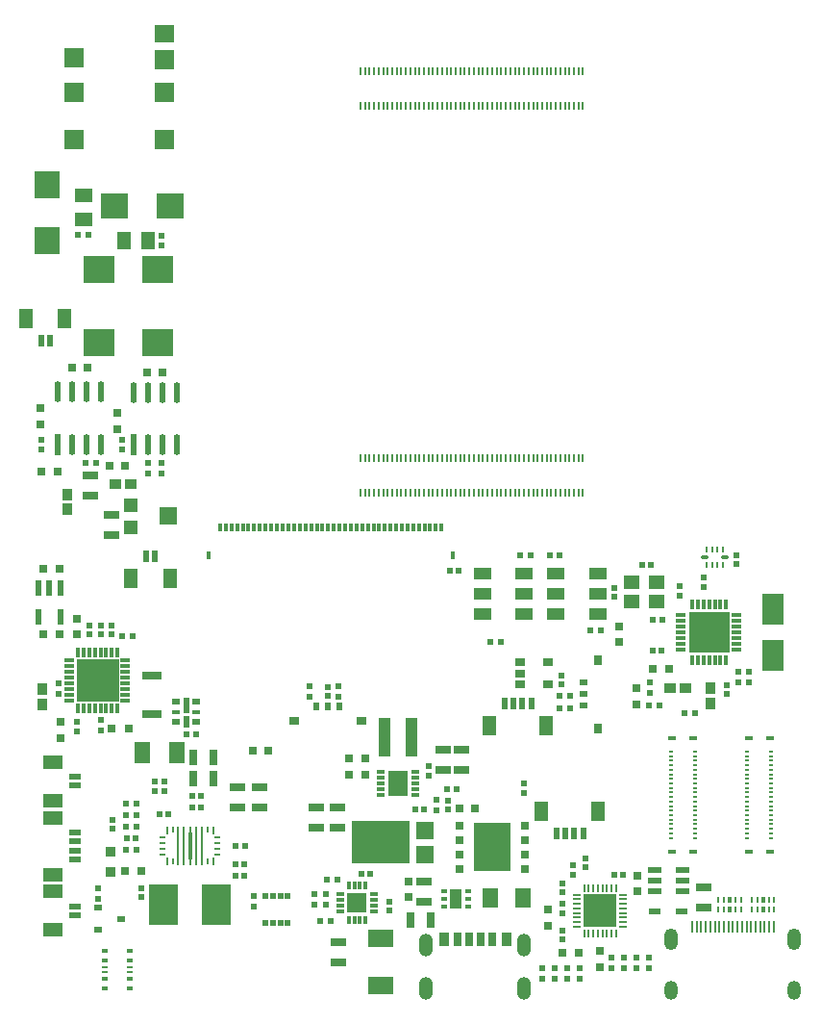
<source format=gtp>
%FSTAX23Y23*%
%MOIN*%
%SFA1B1*%

%IPPOS*%
%AMD26*
4,1,8,0.008300,0.009800,-0.008300,0.009800,-0.010800,0.007300,-0.010800,-0.007300,-0.008300,-0.009800,0.008300,-0.009800,0.010800,-0.007300,0.010800,0.007300,0.008300,0.009800,0.0*
1,1,0.005000,0.008300,0.007300*
1,1,0.005000,-0.008300,0.007300*
1,1,0.005000,-0.008300,-0.007300*
1,1,0.005000,0.008300,-0.007300*
%
%AMD36*
4,1,8,0.013000,-0.011600,0.013000,0.011600,0.009700,0.014900,-0.009700,0.014900,-0.013000,0.011600,-0.013000,-0.011600,-0.009700,-0.014900,0.009700,-0.014900,0.013000,-0.011600,0.0*
1,1,0.006600,0.009700,-0.011600*
1,1,0.006600,0.009700,0.011600*
1,1,0.006600,-0.009700,0.011600*
1,1,0.006600,-0.009700,-0.011600*
%
%AMD37*
4,1,8,-0.014900,0.021900,-0.014900,-0.021900,-0.011200,-0.025600,0.011200,-0.025600,0.014900,-0.021900,0.014900,0.021900,0.011200,0.025600,-0.011200,0.025600,-0.014900,0.021900,0.0*
1,1,0.007400,-0.011200,0.021900*
1,1,0.007400,-0.011200,-0.021900*
1,1,0.007400,0.011200,-0.021900*
1,1,0.007400,0.011200,0.021900*
%
%AMD38*
4,1,8,0.011600,0.013000,-0.011600,0.013000,-0.014900,0.009700,-0.014900,-0.009700,-0.011600,-0.013000,0.011600,-0.013000,0.014900,-0.009700,0.014900,0.009700,0.011600,0.013000,0.0*
1,1,0.006600,0.011600,0.009700*
1,1,0.006600,-0.011600,0.009700*
1,1,0.006600,-0.011600,-0.009700*
1,1,0.006600,0.011600,-0.009700*
%
%AMD41*
4,1,8,-0.010600,0.026100,-0.010600,-0.026100,0.000000,-0.036800,0.000000,-0.036800,0.010600,-0.026100,0.010600,0.026100,0.000000,0.036800,0.000000,0.036800,-0.010600,0.026100,0.0*
1,1,0.021400,0.000000,0.026100*
1,1,0.021400,0.000000,-0.026100*
1,1,0.021400,0.000000,-0.026100*
1,1,0.021400,0.000000,0.026100*
%
%AMD65*
4,1,8,-0.021900,-0.014900,0.021900,-0.014900,0.025600,-0.011200,0.025600,0.011200,0.021900,0.014900,-0.021900,0.014900,-0.025600,0.011200,-0.025600,-0.011200,-0.021900,-0.014900,0.0*
1,1,0.007400,-0.021900,-0.011200*
1,1,0.007400,0.021900,-0.011200*
1,1,0.007400,0.021900,0.011200*
1,1,0.007400,-0.021900,0.011200*
%
%AMD70*
4,1,8,0.009800,-0.008300,0.009800,0.008300,0.007300,0.010800,-0.007300,0.010800,-0.009800,0.008300,-0.009800,-0.008300,-0.007300,-0.010800,0.007300,-0.010800,0.009800,-0.008300,0.0*
1,1,0.005000,0.007300,-0.008300*
1,1,0.005000,0.007300,0.008300*
1,1,0.005000,-0.007300,0.008300*
1,1,0.005000,-0.007300,-0.008300*
%
%AMD86*
4,1,8,0.011800,-0.004000,0.011800,0.004000,0.009900,0.005900,-0.009900,0.005900,-0.011800,0.004000,-0.011800,-0.004000,-0.009900,-0.005900,0.009900,-0.005900,0.011800,-0.004000,0.0*
1,1,0.003800,0.009900,-0.004000*
1,1,0.003800,0.009900,0.004000*
1,1,0.003800,-0.009900,0.004000*
1,1,0.003800,-0.009900,-0.004000*
%
%AMD87*
4,1,8,0.001900,0.010800,-0.001900,0.010800,-0.003900,0.008800,-0.003900,-0.008800,-0.001900,-0.010800,0.001900,-0.010800,0.003900,-0.008800,0.003900,0.008800,0.001900,0.010800,0.0*
1,1,0.004000,0.001900,0.008800*
1,1,0.004000,-0.001900,0.008800*
1,1,0.004000,-0.001900,-0.008800*
1,1,0.004000,0.001900,-0.008800*
%
%ADD18O,0.047200X0.074800*%
%ADD19O,0.047200X0.066900*%
%ADD20O,0.049200X0.078700*%
%ADD21R,0.027600X0.047200*%
%ADD22R,0.031500X0.047200*%
%ADD23R,0.035400X0.047200*%
%ADD24R,0.092500X0.088600*%
%ADD25R,0.031500X0.023600*%
G04~CAMADD=26~8~0.0~0.0~217.0~197.0~25.0~0.0~15~0.0~0.0~0.0~0.0~0~0.0~0.0~0.0~0.0~0~0.0~0.0~0.0~0.0~217.0~197.0*
%ADD26D26*%
%ADD27R,0.023600X0.013800*%
%ADD28R,0.043300X0.066900*%
%ADD29R,0.063000X0.039400*%
%ADD30R,0.022800X0.021300*%
%ADD31R,0.011800X0.031500*%
%ADD32R,0.015700X0.031500*%
%ADD33R,0.086600X0.059100*%
%ADD34R,0.021300X0.022800*%
%ADD35R,0.038800X0.019300*%
G04~CAMADD=36~8~0.0~0.0~299.0~260.0~33.0~0.0~15~0.0~0.0~0.0~0.0~0~0.0~0.0~0.0~0.0~0~0.0~0.0~0.0~270.0~260.0~298.0*
%ADD36D36*%
G04~CAMADD=37~8~0.0~0.0~512.0~299.0~37.0~0.0~15~0.0~0.0~0.0~0.0~0~0.0~0.0~0.0~0.0~0~0.0~0.0~0.0~90.0~298.0~512.0*
%ADD37D37*%
G04~CAMADD=38~8~0.0~0.0~299.0~260.0~33.0~0.0~15~0.0~0.0~0.0~0.0~0~0.0~0.0~0.0~0.0~0~0.0~0.0~0.0~0.0~299.0~260.0*
%ADD38D38*%
%ADD39R,0.047200X0.047200*%
%ADD40R,0.059100X0.063000*%
G04~CAMADD=41~8~0.0~0.0~736.0~213.0~107.0~0.0~15~0.0~0.0~0.0~0.0~0~0.0~0.0~0.0~0.0~0~0.0~0.0~0.0~90.0~212.0~735.0*
%ADD41D41*%
%ADD42R,0.021300X0.073600*%
%ADD43R,0.009800X0.020700*%
%ADD44R,0.009800X0.023600*%
%ADD45R,0.023600X0.009800*%
%ADD46R,0.009800X0.133900*%
%ADD47R,0.009800X0.025600*%
%ADD48R,0.013000X0.092900*%
%ADD49R,0.039400X0.019700*%
%ADD50R,0.066900X0.047200*%
%ADD51R,0.027600X0.035400*%
%ADD52R,0.027600X0.023600*%
%ADD53R,0.035400X0.027600*%
%ADD54R,0.023600X0.027600*%
%ADD55R,0.011800X0.033500*%
%ADD56R,0.033500X0.011800*%
%ADD57R,0.145700X0.145700*%
%ADD58R,0.065000X0.063000*%
%ADD59R,0.065000X0.070900*%
%ADD60R,0.047200X0.066900*%
%ADD61R,0.019700X0.039400*%
%ADD62R,0.055100X0.047200*%
%ADD63R,0.072800X0.110200*%
%ADD64R,0.110200X0.094500*%
G04~CAMADD=65~8~0.0~0.0~512.0~299.0~37.0~0.0~15~0.0~0.0~0.0~0.0~0~0.0~0.0~0.0~0.0~0~0.0~0.0~0.0~180.0~512.0~298.0*
%ADD65D65*%
%ADD66R,0.037700X0.043500*%
%ADD67R,0.023600X0.015700*%
%ADD68R,0.023600X0.007900*%
%ADD69R,0.007900X0.027600*%
G04~CAMADD=70~8~0.0~0.0~217.0~197.0~25.0~0.0~15~0.0~0.0~0.0~0.0~0~0.0~0.0~0.0~0.0~0~0.0~0.0~0.0~270.0~196.0~216.0*
%ADD70D70*%
%ADD71R,0.029500X0.011800*%
%ADD72R,0.016500X0.009100*%
%ADD73R,0.059100X0.047200*%
%ADD74R,0.088600X0.092500*%
%ADD75R,0.066900X0.031500*%
%ADD76R,0.007900X0.029500*%
%ADD77R,0.029500X0.007900*%
%ADD78R,0.031500X0.011800*%
%ADD79R,0.031500X0.019700*%
%ADD80R,0.130700X0.165400*%
%ADD81R,0.047200X0.023600*%
%ADD82R,0.023600X0.055100*%
%ADD83R,0.009100X0.039400*%
%ADD84R,0.053100X0.072800*%
%ADD85R,0.043500X0.037700*%
G04~CAMADD=86~8~0.0~0.0~118.0~236.0~19.0~0.0~15~0.0~0.0~0.0~0.0~0~0.0~0.0~0.0~0.0~0~0.0~0.0~0.0~270.0~236.0~118.0*
%ADD86D86*%
G04~CAMADD=87~8~0.0~0.0~79.0~217.0~20.0~0.0~15~0.0~0.0~0.0~0.0~0~0.0~0.0~0.0~0.0~0~0.0~0.0~0.0~0.0~79.0~217.0*
%ADD87D87*%
%ADD88R,0.141700X0.141700*%
%ADD89R,0.031500X0.029500*%
%ADD90R,0.033500X0.033500*%
%ADD91R,0.015700X0.022200*%
%ADD92R,0.070900X0.088600*%
%ADD93R,0.007900X0.022200*%
%ADD94R,0.031500X0.031500*%
%ADD95R,0.019700X0.058300*%
%ADD96R,0.069300X0.069300*%
%ADD97R,0.047200X0.059100*%
%ADD98R,0.038600X0.133900*%
%ADD99R,0.018500X0.019300*%
%ADD100R,0.098400X0.141700*%
%ADD101R,0.060600X0.063000*%
%ADD102R,0.199200X0.149600*%
%ADD103R,0.112200X0.112200*%
%ADD104R,0.057100X0.070900*%
%ADD105R,0.035400X0.025600*%
%LNmain_board-1*%
%LPD*%
G54D18*
X04656Y01343D03*
X05083D03*
G54D19*
X05083Y01166D03*
X04656D03*
G54D20*
X04146Y0132D03*
X03806Y01172D03*
X04146D03*
X03806Y0132D03*
G54D21*
X03956Y0134D03*
X03996D03*
G54D22*
X04036Y0134D03*
X03916D03*
G54D23*
X03868Y0134D03*
X04084D03*
G54D24*
X02919Y03883D03*
X02726D03*
G54D25*
X02748Y01413D03*
X02668Y01376D03*
Y0145D03*
G54D26*
X02669Y01482D03*
Y01517D03*
X03503Y02218D03*
Y02183D03*
X03402Y02218D03*
Y02183D03*
X02531Y02192D03*
Y02228D03*
X04338Y01242D03*
X04252D03*
X04208D03*
X02865Y01889D03*
X04145Y01848D03*
X04889Y02232D03*
X04145Y01883D03*
X04535Y01277D03*
X04578D03*
X04492D03*
X04448D03*
X04295Y01242D03*
X04582Y0223D03*
X04925Y02232D03*
X04684Y02565D03*
X03841Y01789D03*
X02889Y03779D03*
X04208Y01206D03*
X04338D03*
X04448Y01242D03*
X04578D03*
X03208Y01456D03*
X0342Y01498D03*
X02842Y0299D03*
X03841Y01824D03*
X0346Y01498D03*
X04252Y01206D03*
X04295D03*
X04535Y01242D03*
X04492D03*
X029Y01854D03*
X02865D03*
X02842Y02954D03*
X02889D03*
Y03744D03*
X0346Y01462D03*
X0342D03*
X04684Y0253D03*
X04889Y02267D03*
X04925D03*
X02889Y0299D03*
X02677Y021D03*
Y02065D03*
X04582Y02194D03*
X03208Y01492D03*
X029Y01889D03*
G54D27*
X03869Y01507D03*
Y01482D03*
Y01456D03*
X03951D03*
Y01482D03*
Y01507D03*
G54D28*
X0391Y01482D03*
G54D29*
X04146Y02538D03*
X04001D03*
Y02469D03*
X04146D03*
X04001Y02607D03*
X04146D03*
X04402D03*
Y02469D03*
X04256Y02538D03*
Y02469D03*
Y02607D03*
X04402Y02538D03*
G54D30*
X0392Y02618D03*
X0389D03*
X02768Y01692D03*
X03176Y01602D03*
X04592Y02342D03*
X04593Y02448D03*
X04555Y02638D03*
X03798Y01791D03*
X04487Y01566D03*
X02996Y01799D03*
X03026Y01838D03*
X03613Y01568D03*
X03146Y01602D03*
Y01563D03*
X02798Y01692D03*
X03768Y01791D03*
X03582Y01568D03*
X02913Y01775D03*
X02882D03*
X03176Y01563D03*
X04457Y01566D03*
X04586Y02638D03*
X03026Y01799D03*
X02996Y01838D03*
X04623Y02342D03*
X04624Y02448D03*
G54D31*
X03761Y02769D03*
X03742D03*
X0323D03*
X03289D03*
X03781D03*
X03722D03*
X03702D03*
X03683D03*
X03663D03*
X03643D03*
X0325D03*
X0386D03*
X0382D03*
X03309D03*
X03171D03*
X03466D03*
X03446D03*
X03427D03*
X03407D03*
X03387D03*
X03368D03*
X03348D03*
X03328D03*
X0321D03*
X03624D03*
X03604D03*
X03584D03*
X03564D03*
X03545D03*
X03525D03*
X03505D03*
X03486D03*
X03801D03*
X0384D03*
X03269D03*
X03092D03*
X03112D03*
X03131D03*
X03151D03*
X0319D03*
X03596Y01409D03*
X03576D03*
Y01527D03*
X03537Y01409D03*
Y01527D03*
X03557D03*
X03596D03*
X03557Y01409D03*
G54D32*
X03053Y0267D03*
X03899D03*
G54D33*
X03648Y0118D03*
Y01345D03*
G54D34*
X0436Y01622D03*
Y01591D03*
X04279Y01342D03*
Y01373D03*
X03464Y02215D03*
Y02185D03*
X03815Y01909D03*
Y0194D03*
X04315Y01566D03*
Y01597D03*
X04275Y02225D03*
X04881Y0267D03*
X02637Y02398D03*
X04881Y0264D03*
X0272Y01755D03*
X04847Y0219D03*
X0446Y02557D03*
X04767Y02594D03*
X02677Y02428D03*
X02637Y02428D03*
X02472Y03039D03*
X02716Y02428D03*
X02752Y03039D03*
X04279Y01433D03*
Y01535D03*
X03881Y01791D03*
X04275Y02255D03*
X02594Y02063D03*
X02716Y02398D03*
X0272Y01725D03*
X02677Y02397D03*
X02818Y01519D03*
X03881Y01822D03*
X03677Y01441D03*
Y01472D03*
X04847Y0222D03*
X02472Y0307D03*
X02752Y0307D03*
X02818Y01488D03*
X0446Y02527D03*
X02594Y02094D03*
X04767Y02563D03*
X04279Y01464D03*
Y01504D03*
G54D35*
X046Y01437D03*
X04692D03*
G54D36*
X0428Y01295D03*
X04335D03*
X03204Y01996D03*
X03259D03*
X02535Y02397D03*
X04592Y02279D03*
X0248Y02397D03*
Y02626D03*
X02708Y0298D03*
X02633Y03322D03*
X02893Y03304D03*
X02763Y01578D03*
X02818D03*
X02578Y03322D03*
X02838Y03304D03*
X02763Y0298D03*
X04647Y02279D03*
X02535Y02626D03*
X03976Y01795D03*
X03921D03*
X02472Y0296D03*
X02527D03*
G54D37*
X03752Y01409D03*
X03822D03*
X03Y01972D03*
X0307D03*
Y01897D03*
X03D03*
G54D38*
X04408Y013D03*
Y01245D03*
X04534Y02155D03*
Y0221D03*
X04474Y02426D03*
Y02371D03*
X04537Y01507D03*
X02594Y02397D03*
X03539Y01968D03*
X03594D03*
X03744Y01488D03*
X02594Y02452D03*
X04228Y01389D03*
X04537Y01563D03*
X02539Y02039D03*
X02734Y03109D03*
X02468Y03126D03*
X03744Y01543D03*
X03539Y01913D03*
X03594D03*
X02539Y02094D03*
X04228Y01444D03*
X02468Y03181D03*
X02734Y03164D03*
G54D39*
X02783Y02846D03*
Y02767D03*
G54D40*
X02911Y02807D03*
G54D41*
X02941Y03054D03*
X02891Y03236D03*
X02841Y03054D03*
X02891D03*
X02841Y03236D03*
X02791D03*
X02941D03*
X02677Y03055D03*
X02627Y03237D03*
Y03055D03*
X02577Y03237D03*
Y03055D03*
X02527Y03237D03*
X02677D03*
G54D42*
X02791Y03054D03*
X02527Y03055D03*
G54D43*
X02988Y01608D03*
Y01722D03*
G54D44*
X03048Y0161D03*
X02927D03*
Y0172D03*
X03048D03*
G54D45*
X02893Y01635D03*
Y01655D03*
Y01675D03*
Y01694D03*
X03082D03*
Y01675D03*
Y01655D03*
Y01635D03*
G54D46*
X02945Y01665D03*
X02966D03*
X03009D03*
X0303D03*
G54D47*
X02907Y01611D03*
X03068D03*
Y01719D03*
X02907D03*
G54D48*
X02988Y01665D03*
G54D49*
X0259Y01905D03*
Y01874D03*
Y01618D03*
Y01649D03*
Y01681D03*
Y01712D03*
Y01456D03*
Y01425D03*
G54D50*
X02513Y01956D03*
Y01822D03*
Y01566D03*
Y01763D03*
Y01374D03*
Y01507D03*
G54D51*
X04401Y02073D03*
Y02309D03*
G54D52*
X04351Y02152D03*
X04351Y02191D03*
X04351Y0223D03*
G54D53*
X03347Y02098D03*
X03583D03*
G54D54*
X03425Y02147D03*
X03465Y02147D03*
X03504Y02147D03*
G54D55*
X02736Y02141D03*
Y02334D03*
X02696D03*
X02598Y02141D03*
Y02334D03*
X02618D03*
X02677Y02141D03*
X02716Y02334D03*
X02657D03*
X02618Y02141D03*
X02677Y02334D03*
X02637Y02141D03*
Y02334D03*
X02657Y02141D03*
X02696D03*
X02716D03*
X04748Y02309D03*
X04807D03*
X04787Y02502D03*
X04807D03*
X04728Y02309D03*
Y02502D03*
X04748D03*
X04826D03*
X04846D03*
X04787Y02309D03*
X04767D03*
X04846D03*
X04767Y02502D03*
X04826Y02309D03*
G54D56*
X02763Y02169D03*
Y02189D03*
Y02208D03*
Y02228D03*
Y02248D03*
Y02267D03*
X0257D03*
X02763Y02307D03*
Y02287D03*
X0257Y02307D03*
Y02189D03*
Y02287D03*
Y02169D03*
Y02248D03*
Y02228D03*
Y02208D03*
X0469Y02366D03*
Y02385D03*
X04883D03*
Y02405D03*
Y02444D03*
Y02464D03*
X0469D03*
X04883Y02346D03*
Y02366D03*
Y02425D03*
X0469Y02405D03*
Y02425D03*
Y02444D03*
Y02346D03*
G54D57*
X02667Y02238D03*
G54D58*
X02897Y04479D03*
G54D59*
X02584Y04111D03*
Y04276D03*
Y04395D03*
X02897Y04111D03*
Y04276D03*
Y04389D03*
G54D60*
X0242Y03492D03*
X02553D03*
X04026Y0208D03*
X04223D03*
X04402Y01785D03*
X04205D03*
X02917Y02592D03*
X02783D03*
G54D61*
X02471Y03415D03*
X02502D03*
X04077Y02157D03*
X04109D03*
X0414D03*
X04172D03*
X04351Y01708D03*
X0432D03*
X04288D03*
X04257D03*
X02834Y02669D03*
X02866D03*
X02974Y02096D03*
G54D62*
X04519Y0251D03*
X04606Y02577D03*
X04519D03*
X04606Y0251D03*
G54D63*
X05007Y02324D03*
Y02486D03*
G54D64*
X02673Y03661D03*
Y03409D03*
X02874D03*
Y03661D03*
G54D65*
X02641Y02948D03*
Y02878D03*
X03227Y01799D03*
Y01869D03*
X03866Y01929D03*
Y01999D03*
X02716Y02811D03*
X04767Y01452D03*
X03929Y01929D03*
X04767Y01523D03*
X03425Y01798D03*
X035D03*
X03799Y01472D03*
X02716Y0274D03*
X03929Y01999D03*
X03152Y01869D03*
X03799Y01543D03*
X03425Y01728D03*
X035D03*
X03152Y01799D03*
X03503Y01332D03*
Y01261D03*
G54D66*
X02563Y02883D03*
Y0283D03*
X02475Y02207D03*
Y02154D03*
X04791Y02159D03*
Y02212D03*
G54D67*
X02692Y01268D03*
X02779Y01301D03*
Y01268D03*
Y01205D03*
Y01173D03*
X02692D03*
Y01301D03*
Y01205D03*
G54D68*
X02779Y01245D03*
X02692D03*
Y01229D03*
X02779D03*
G54D69*
X04224Y02888D03*
X0424D03*
X03594Y04227D03*
Y04348D03*
X0361Y04227D03*
Y04348D03*
X03626Y04227D03*
Y04348D03*
X03641Y04227D03*
Y04348D03*
X03657Y04227D03*
Y04348D03*
X03673Y04227D03*
Y04348D03*
X03689Y04227D03*
Y04348D03*
X03704Y04227D03*
Y04348D03*
X0372Y04227D03*
Y04348D03*
X03736Y04227D03*
Y04348D03*
X03752Y04227D03*
Y04348D03*
X03767Y04227D03*
Y04348D03*
X03783Y04227D03*
Y04348D03*
X03799Y04227D03*
Y04348D03*
X03815Y04227D03*
Y04348D03*
X0383Y04227D03*
Y04348D03*
X03846Y04227D03*
Y04348D03*
X03862Y04227D03*
Y04348D03*
X03878Y04227D03*
Y04348D03*
X03893Y04227D03*
Y04348D03*
X03909Y04227D03*
Y04348D03*
X03925Y04227D03*
Y04348D03*
X0394Y04227D03*
Y04348D03*
X03956Y04227D03*
Y04348D03*
X03972Y04227D03*
Y04348D03*
X03988Y04227D03*
Y04348D03*
X04003Y04227D03*
Y04348D03*
X04019Y04227D03*
Y04348D03*
X04035Y04227D03*
Y04348D03*
X04051Y04227D03*
Y04348D03*
X04066Y04227D03*
Y04348D03*
X04082Y04227D03*
Y04348D03*
X03878Y02888D03*
Y03009D03*
X03893Y02888D03*
Y03009D03*
X03909Y02888D03*
Y03009D03*
X03925Y02888D03*
Y03009D03*
X0394Y02888D03*
Y03009D03*
X03956Y02888D03*
Y03009D03*
X03972Y02888D03*
Y03009D03*
X03988Y02888D03*
Y03009D03*
X04003Y02888D03*
Y03009D03*
X04019Y02888D03*
Y03009D03*
X04035Y02888D03*
Y03009D03*
X04051Y02888D03*
Y03009D03*
X04066Y02888D03*
Y03009D03*
X04082Y02888D03*
Y03009D03*
X04098Y02888D03*
Y03009D03*
X04114Y02888D03*
Y03009D03*
X04129Y02888D03*
Y03009D03*
X04145Y02888D03*
Y03009D03*
X04161Y02888D03*
Y03009D03*
X04177Y02888D03*
Y03009D03*
X04192Y02888D03*
Y03009D03*
X04208Y02888D03*
Y03009D03*
X04224D03*
X0424D03*
X04255Y02888D03*
Y03009D03*
X04271Y02888D03*
Y03009D03*
X04287Y02888D03*
Y03009D03*
X04303Y02888D03*
Y03009D03*
X04318Y02888D03*
Y03009D03*
X04334Y02888D03*
Y03009D03*
X0435Y02888D03*
Y03009D03*
X03578Y04227D03*
Y04348D03*
Y02888D03*
Y03009D03*
X03594Y02888D03*
Y03009D03*
X0361Y02888D03*
Y03009D03*
X03626Y02888D03*
Y03009D03*
X03641Y02888D03*
Y03009D03*
X03657Y02888D03*
Y03009D03*
X03673Y02888D03*
Y03009D03*
X03689Y02888D03*
Y03009D03*
X03704Y02888D03*
Y03009D03*
X0372Y02888D03*
Y03009D03*
X03736Y02888D03*
Y03009D03*
X03752Y02888D03*
Y03009D03*
X03767Y02888D03*
Y03009D03*
X03783Y02888D03*
Y03009D03*
X03799Y02888D03*
Y03009D03*
X03815Y02888D03*
Y03009D03*
X0383Y02888D03*
Y03009D03*
X03846Y02888D03*
Y03009D03*
X03862Y02888D03*
Y03009D03*
X04098Y04227D03*
Y04348D03*
X04114Y04227D03*
Y04348D03*
X04129Y04227D03*
Y04348D03*
X04145Y04227D03*
Y04348D03*
X04161Y04227D03*
Y04348D03*
X04177Y04227D03*
Y04348D03*
X04192Y04227D03*
Y04348D03*
X04208Y04227D03*
Y04348D03*
X0435D03*
Y04227D03*
X04334Y04348D03*
Y04227D03*
X04318Y04348D03*
Y04227D03*
X04303Y04348D03*
Y04227D03*
X04287Y04348D03*
Y04227D03*
X04271Y04348D03*
Y04227D03*
X04255Y04348D03*
Y04227D03*
X0424Y04348D03*
Y04227D03*
X04224Y04348D03*
Y04227D03*
G54D70*
X04269Y02185D03*
X04305D03*
X02765Y01811D03*
X04305Y02141D03*
X03913Y01862D03*
X03009Y02051D03*
X04614Y02153D03*
X04168Y02672D03*
X04235D03*
X02765Y01771D03*
X0318Y01666D03*
X02765Y01653D03*
X04412Y02412D03*
X04702Y02126D03*
X02599Y03781D03*
X04064Y0237D03*
X04269Y02141D03*
X03439Y01405D03*
X03461Y01549D03*
X02752Y02393D03*
X02765Y01732D03*
X02801D03*
X03878Y01862D03*
X02661Y02992D03*
X02634Y03781D03*
X04376Y02412D03*
X04028Y0237D03*
X0427Y02672D03*
X04132D03*
X04738Y02126D03*
X02626Y02992D03*
X03144Y01666D03*
X02787Y02393D03*
X02801Y01653D03*
Y01771D03*
Y01811D03*
X03474Y01405D03*
X03497Y01549D03*
X04578Y02153D03*
X02974Y02051D03*
G54D71*
X04924Y01645D03*
X04997D03*
X04924Y02039D03*
X04997D03*
X0466Y01645D03*
X04733D03*
X0466Y02039D03*
X04733D03*
G54D72*
X04917Y01976D03*
Y01992D03*
X05003Y01976D03*
Y01992D03*
X04917Y01724D03*
Y0174D03*
X05003Y01692D03*
Y01708D03*
X04917Y01818D03*
Y01755D03*
Y01866D03*
Y01913D03*
Y0196D03*
X05003Y01913D03*
Y01881D03*
Y01897D03*
Y0196D03*
Y01944D03*
Y01929D03*
X04917Y0185D03*
X05003Y01787D03*
Y01803D03*
Y0174D03*
Y01724D03*
Y01755D03*
Y01771D03*
Y01834D03*
Y0185D03*
X04917Y01881D03*
Y01897D03*
Y01929D03*
Y01944D03*
Y01803D03*
Y01771D03*
Y01787D03*
Y01834D03*
Y01708D03*
X05003Y01866D03*
Y01818D03*
X04917Y01692D03*
X04654Y01976D03*
X0474D03*
X04654Y01992D03*
X0474D03*
X04654Y01944D03*
Y0196D03*
X0474Y01929D03*
Y01944D03*
Y01881D03*
Y01897D03*
X04654Y01692D03*
Y01708D03*
Y01803D03*
Y01787D03*
X0474Y01755D03*
Y0174D03*
Y01803D03*
Y01834D03*
Y01818D03*
Y01787D03*
Y01771D03*
X04654Y01913D03*
Y01929D03*
Y01866D03*
X0474Y0185D03*
Y01866D03*
X04654Y01881D03*
Y01897D03*
X0474Y0196D03*
Y01913D03*
X04654Y01724D03*
Y01755D03*
Y01771D03*
Y01834D03*
Y0185D03*
Y0174D03*
X0474Y01692D03*
Y01708D03*
Y01724D03*
X04654Y01818D03*
G54D73*
X02618Y03835D03*
Y03918D03*
G54D74*
X02492Y03761D03*
Y03954D03*
G54D75*
X02854Y02122D03*
Y02255D03*
G54D76*
X04433Y01362D03*
X04464Y01519D03*
X04448D03*
X0437Y01362D03*
X04385D03*
X04417D03*
X04448D03*
X04354Y01519D03*
X04417D03*
X04401D03*
X04385D03*
X0437D03*
X04464Y01362D03*
X04401D03*
X04354D03*
X04433Y01519D03*
G54D77*
X04488Y01401D03*
Y01448D03*
X0433Y01401D03*
Y01496D03*
X04488D03*
Y0148D03*
Y01417D03*
Y01464D03*
Y01433D03*
Y01385D03*
X0433Y01448D03*
Y01433D03*
Y01417D03*
Y0148D03*
Y01464D03*
Y01385D03*
G54D78*
X03007Y02129D03*
X03507Y01498D03*
Y01439D03*
X03649Y01842D03*
X03767Y01901D03*
X03649Y01881D03*
X0294Y02129D03*
X03649Y01862D03*
X03767D03*
X03507Y01478D03*
X03767Y01881D03*
Y01842D03*
X03626Y01498D03*
Y01439D03*
Y01458D03*
Y01478D03*
X03507Y01458D03*
X03767Y01921D03*
X03649D03*
Y01901D03*
G54D79*
X03007Y02165D03*
X0294D03*
Y02094D03*
X03007D03*
G54D80*
X04035Y01661D03*
G54D81*
X04696Y01545D03*
Y01582D03*
X04598D03*
Y01507D03*
X04696D03*
X04598Y01545D03*
G54D82*
X02462Y02458D03*
X02537D03*
X025Y02557D03*
X02537D03*
X02462D03*
G54D83*
X04759Y01384D03*
X04744D03*
X04807D03*
X04822D03*
X0487D03*
X04964D03*
X04917D03*
X05011D03*
X04996D03*
X0498D03*
X04948D03*
X04933D03*
X04901D03*
X04885D03*
X04854D03*
X04838D03*
X04775D03*
X04791D03*
X04728D03*
G54D84*
X02822Y01988D03*
X02942D03*
G54D85*
X0273Y02917D03*
X04705Y02212D03*
X02783Y02917D03*
X04652Y02212D03*
G54D86*
X04842Y02665D03*
X04771D03*
G54D87*
X04777Y02638D03*
X04836D03*
X04816D03*
X04797D03*
Y02691D03*
X04777D03*
X04836D03*
X04816D03*
G54D88*
X04787Y02405D03*
G54D89*
X04149Y01586D03*
X03921D03*
Y01736D03*
Y01686D03*
Y01636D03*
X04149D03*
Y01686D03*
Y01736D03*
G54D90*
X02712Y01644D03*
Y01575D03*
G54D91*
X0486Y01446D03*
Y01479D03*
X04974D03*
Y01446D03*
G54D92*
X03708Y01881D03*
G54D93*
X04935Y01479D03*
X04899D03*
X04879D03*
X0484D03*
X0482D03*
X05013Y01446D03*
X04994D03*
X04954D03*
X04935D03*
X04899D03*
X04879D03*
X0484D03*
X0482D03*
X05013Y01479D03*
X04994D03*
X04954D03*
G54D94*
X02775Y0207D03*
X02716D03*
G54D95*
X02974Y02153D03*
G54D96*
X03566Y01468D03*
G54D97*
X02842Y03763D03*
X02759D03*
G54D98*
X03755Y02043D03*
X03662D03*
G54D99*
X03275Y01397D03*
X0325D03*
Y01492D03*
X03326D03*
X03301D03*
X03275D03*
X03301Y01397D03*
X03326D03*
G54D100*
X02895Y0146D03*
X0308D03*
G54D101*
X03803Y01719D03*
Y01635D03*
G54D102*
X03649Y01677D03*
G54D103*
X04409Y0144D03*
G54D104*
X04143Y01484D03*
X04027D03*
G54D105*
X04227Y02226D03*
Y02301D03*
X04132Y02263D03*
Y02301D03*
Y02226D03*
M02*
</source>
